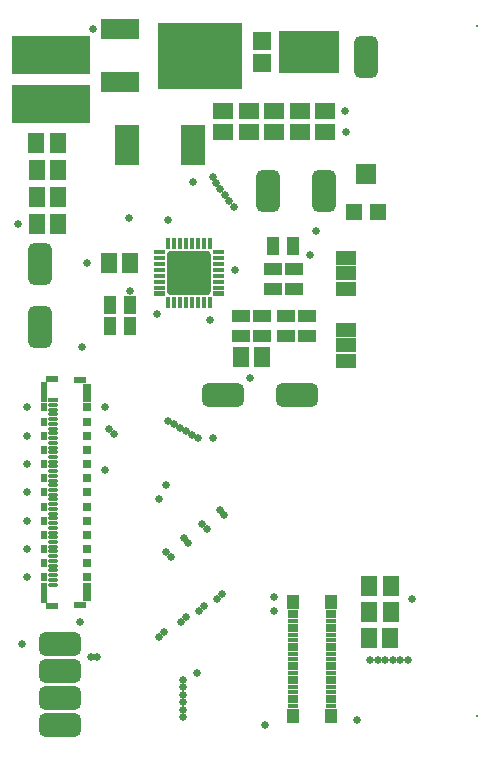
<source format=gts>
G04*
G04 #@! TF.GenerationSoftware,Altium Limited,Altium Designer,18.0.12 (696)*
G04*
G04 Layer_Color=8388736*
%FSLAX25Y25*%
%MOIN*%
G70*
G01*
G75*
%ADD39R,0.03150X0.00984*%
%ADD40R,0.00984X0.03150*%
G04:AMPARAMS|DCode=43|XSize=141.86mil|YSize=78.87mil|CornerRadius=21.72mil|HoleSize=0mil|Usage=FLASHONLY|Rotation=180.000|XOffset=0mil|YOffset=0mil|HoleType=Round|Shape=RoundedRectangle|*
%AMROUNDEDRECTD43*
21,1,0.14186,0.03543,0,0,180.0*
21,1,0.09843,0.07887,0,0,180.0*
1,1,0.04343,-0.04921,0.01772*
1,1,0.04343,0.04921,0.01772*
1,1,0.04343,0.04921,-0.01772*
1,1,0.04343,-0.04921,-0.01772*
%
%ADD43ROUNDEDRECTD43*%
G04:AMPARAMS|DCode=44|XSize=15.87mil|YSize=33.2mil|CornerRadius=5.97mil|HoleSize=0mil|Usage=FLASHONLY|Rotation=270.000|XOffset=0mil|YOffset=0mil|HoleType=Round|Shape=RoundedRectangle|*
%AMROUNDEDRECTD44*
21,1,0.01587,0.02126,0,0,270.0*
21,1,0.00394,0.03320,0,0,270.0*
1,1,0.01194,-0.01063,-0.00197*
1,1,0.01194,-0.01063,0.00197*
1,1,0.01194,0.01063,0.00197*
1,1,0.01194,0.01063,-0.00197*
%
%ADD44ROUNDEDRECTD44*%
%ADD45R,0.04343X0.02375*%
%ADD46R,0.03989X0.01981*%
%ADD47R,0.02808X0.06312*%
%ADD48R,0.02217X0.06548*%
%ADD49R,0.02808X0.02572*%
%ADD50R,0.02217X0.02572*%
%ADD51R,0.03320X0.01587*%
%ADD52R,0.07887X0.13398*%
G04:AMPARAMS|DCode=53|XSize=141.86mil|YSize=78.87mil|CornerRadius=21.72mil|HoleSize=0mil|Usage=FLASHONLY|Rotation=270.000|XOffset=0mil|YOffset=0mil|HoleType=Round|Shape=RoundedRectangle|*
%AMROUNDEDRECTD53*
21,1,0.14186,0.03543,0,0,270.0*
21,1,0.09843,0.07887,0,0,270.0*
1,1,0.04343,-0.01772,-0.04921*
1,1,0.04343,-0.01772,0.04921*
1,1,0.04343,0.01772,0.04921*
1,1,0.04343,0.01772,-0.04921*
%
%ADD53ROUNDEDRECTD53*%
%ADD54R,0.06706X0.04737*%
%ADD55R,0.03446X0.01587*%
%ADD56R,0.03871X0.04737*%
%ADD57R,0.05328X0.06509*%
%ADD58R,0.05918X0.04147*%
%ADD59R,0.04147X0.05918*%
%ADD60R,0.06509X0.05328*%
%ADD61R,0.05524X0.05524*%
%ADD62R,0.07099X0.06706*%
%ADD63R,0.06312X0.06272*%
%ADD64R,0.19934X0.14028*%
%ADD65R,0.12600X0.07100*%
%ADD66R,0.28359X0.22263*%
G04:AMPARAMS|DCode=67|XSize=145.8mil|YSize=145.8mil|CornerRadius=10.89mil|HoleSize=0mil|Usage=FLASHONLY|Rotation=270.000|XOffset=0mil|YOffset=0mil|HoleType=Round|Shape=RoundedRectangle|*
%AMROUNDEDRECTD67*
21,1,0.14580,0.12402,0,0,270.0*
21,1,0.12402,0.14580,0,0,270.0*
1,1,0.02178,-0.06201,-0.06201*
1,1,0.02178,-0.06201,0.06201*
1,1,0.02178,0.06201,0.06201*
1,1,0.02178,0.06201,-0.06201*
%
%ADD67ROUNDEDRECTD67*%
%ADD68R,0.26391X0.12611*%
%ADD69C,0.00800*%
%ADD70C,0.02600*%
G36*
X152496Y250079D02*
Y251456D01*
X156038D01*
Y250079D01*
X152496D01*
D02*
G37*
G36*
Y252046D02*
Y253425D01*
X156038D01*
Y252046D01*
X152496D01*
D02*
G37*
G36*
Y254015D02*
Y255394D01*
X156038D01*
Y254015D01*
X152496D01*
D02*
G37*
G36*
Y255983D02*
Y257362D01*
X156038D01*
Y255983D01*
X152496D01*
D02*
G37*
G36*
X157909Y246043D02*
X156531D01*
Y249586D01*
X157909D01*
Y246043D01*
D02*
G37*
G36*
X159878D02*
X158500D01*
Y249586D01*
X159878D01*
Y246043D01*
D02*
G37*
G36*
X161846D02*
X160468D01*
Y249586D01*
X161846D01*
Y246043D01*
D02*
G37*
G36*
X163815D02*
X162437D01*
Y249586D01*
X163815D01*
Y246043D01*
D02*
G37*
G36*
X152496Y257952D02*
Y259331D01*
X156038D01*
Y257952D01*
X152496D01*
D02*
G37*
G36*
Y259921D02*
Y261298D01*
X156038D01*
Y259921D01*
X152496D01*
D02*
G37*
G36*
Y261890D02*
Y263267D01*
X156038D01*
Y261890D01*
X152496D01*
D02*
G37*
G36*
Y263858D02*
Y265235D01*
X156038D01*
Y263858D01*
X152496D01*
D02*
G37*
G36*
X156531Y269271D02*
X157909D01*
Y265728D01*
X156531D01*
Y269271D01*
D02*
G37*
G36*
X158500D02*
X159878D01*
Y265728D01*
X158500D01*
Y269271D01*
D02*
G37*
G36*
X160468D02*
X161846D01*
Y265728D01*
X160468D01*
Y269271D01*
D02*
G37*
G36*
X162437D02*
X163815D01*
Y265728D01*
X162437D01*
Y269271D01*
D02*
G37*
G36*
X165783Y246043D02*
X164405D01*
Y249586D01*
X165783D01*
Y246043D01*
D02*
G37*
G36*
X167752D02*
X166374D01*
Y249586D01*
X167752D01*
Y246043D01*
D02*
G37*
G36*
X169720D02*
X168342D01*
Y249586D01*
X169720D01*
Y246043D01*
D02*
G37*
G36*
X171689D02*
X170311D01*
Y249586D01*
X171689D01*
Y246043D01*
D02*
G37*
G36*
X175724Y251456D02*
Y250079D01*
X172181D01*
Y251456D01*
X175724D01*
D02*
G37*
G36*
Y253425D02*
Y252046D01*
X172181D01*
Y253425D01*
X175724D01*
D02*
G37*
G36*
Y255394D02*
Y254015D01*
X172181D01*
Y255394D01*
X175724D01*
D02*
G37*
G36*
Y257362D02*
Y255983D01*
X172181D01*
Y257362D01*
X175724D01*
D02*
G37*
G36*
X164405Y269271D02*
X165783D01*
Y265728D01*
X164405D01*
Y269271D01*
D02*
G37*
G36*
X166374D02*
X167752D01*
Y265728D01*
X166374D01*
Y269271D01*
D02*
G37*
G36*
X168342D02*
X169720D01*
Y265728D01*
X168342D01*
Y269271D01*
D02*
G37*
G36*
X170311D02*
X171689D01*
Y265728D01*
X170311D01*
Y269271D01*
D02*
G37*
G36*
X175724Y259331D02*
Y257952D01*
X172181D01*
Y259331D01*
X175724D01*
D02*
G37*
G36*
Y261298D02*
Y259921D01*
X172181D01*
Y261298D01*
X175724D01*
D02*
G37*
G36*
Y263267D02*
Y261890D01*
X172181D01*
Y263267D01*
X175724D01*
D02*
G37*
G36*
Y265235D02*
Y263858D01*
X172181D01*
Y265235D01*
X175724D01*
D02*
G37*
D39*
X173953Y264547D02*
D03*
Y262578D02*
D03*
Y260610D02*
D03*
Y258641D02*
D03*
Y256673D02*
D03*
Y254704D02*
D03*
Y252736D02*
D03*
Y250767D02*
D03*
X154267D02*
D03*
Y252736D02*
D03*
Y254704D02*
D03*
Y256673D02*
D03*
Y258641D02*
D03*
Y260610D02*
D03*
Y262578D02*
D03*
Y264547D02*
D03*
D40*
X171000Y247814D02*
D03*
X169031D02*
D03*
X163126D02*
D03*
X157220Y267500D02*
D03*
X159189D02*
D03*
X161157D02*
D03*
X163126D02*
D03*
X165094D02*
D03*
X167063D02*
D03*
X169031D02*
D03*
X171000D02*
D03*
X161157Y247814D02*
D03*
X159189D02*
D03*
X157220D02*
D03*
X165094D02*
D03*
X167063D02*
D03*
D43*
X121000Y107000D02*
D03*
Y134000D02*
D03*
Y116000D02*
D03*
Y125000D02*
D03*
X175500Y217000D02*
D03*
X200000D02*
D03*
D44*
X118700Y175825D02*
D03*
Y177400D02*
D03*
Y166376D02*
D03*
Y167951D02*
D03*
Y153778D02*
D03*
Y155353D02*
D03*
Y156928D02*
D03*
Y158502D02*
D03*
Y160077D02*
D03*
Y161652D02*
D03*
Y163227D02*
D03*
Y164802D02*
D03*
Y169526D02*
D03*
Y171101D02*
D03*
Y172676D02*
D03*
Y174250D02*
D03*
Y178975D02*
D03*
Y180550D02*
D03*
Y182124D02*
D03*
Y183699D02*
D03*
Y185274D02*
D03*
Y186849D02*
D03*
Y188424D02*
D03*
Y189998D02*
D03*
Y191573D02*
D03*
Y193148D02*
D03*
Y194723D02*
D03*
Y196298D02*
D03*
Y197872D02*
D03*
Y199447D02*
D03*
Y201022D02*
D03*
Y202597D02*
D03*
Y204172D02*
D03*
Y205747D02*
D03*
Y207321D02*
D03*
Y208896D02*
D03*
Y210471D02*
D03*
Y212046D02*
D03*
Y213620D02*
D03*
D45*
X127676Y222026D02*
D03*
Y146947D02*
D03*
D46*
X118405Y222223D02*
D03*
Y146750D02*
D03*
D47*
X130176Y151258D02*
D03*
Y217715D02*
D03*
D48*
X115747Y217971D02*
D03*
Y151002D02*
D03*
D49*
X130176Y208109D02*
D03*
Y212833D02*
D03*
Y193935D02*
D03*
Y198660D02*
D03*
Y203384D02*
D03*
Y175038D02*
D03*
Y179762D02*
D03*
Y189211D02*
D03*
Y184487D02*
D03*
Y165589D02*
D03*
Y170313D02*
D03*
Y160865D02*
D03*
Y156140D02*
D03*
D50*
X115747Y160865D02*
D03*
Y156140D02*
D03*
Y175038D02*
D03*
Y179762D02*
D03*
Y170313D02*
D03*
Y165589D02*
D03*
Y193935D02*
D03*
Y189211D02*
D03*
Y184487D02*
D03*
Y203384D02*
D03*
Y198660D02*
D03*
Y208109D02*
D03*
Y212833D02*
D03*
D51*
X118700Y215195D02*
D03*
D52*
X165424Y300300D02*
D03*
X143376D02*
D03*
D53*
X209000Y285000D02*
D03*
X114500Y239500D02*
D03*
Y260500D02*
D03*
X190500Y285000D02*
D03*
X223000Y329500D02*
D03*
D54*
X216500Y262618D02*
D03*
Y252382D02*
D03*
Y257500D02*
D03*
Y238618D02*
D03*
Y228382D02*
D03*
Y233500D02*
D03*
D55*
X198701Y143173D02*
D03*
Y141598D02*
D03*
Y144748D02*
D03*
Y138449D02*
D03*
Y136874D02*
D03*
Y140024D02*
D03*
Y133724D02*
D03*
Y132150D02*
D03*
Y135299D02*
D03*
Y129000D02*
D03*
Y127425D02*
D03*
Y130575D02*
D03*
Y122701D02*
D03*
Y121126D02*
D03*
Y125850D02*
D03*
Y124276D02*
D03*
Y119551D02*
D03*
Y117976D02*
D03*
Y116402D02*
D03*
Y114827D02*
D03*
Y113252D02*
D03*
X211299Y144748D02*
D03*
Y143173D02*
D03*
Y140024D02*
D03*
Y138449D02*
D03*
Y141598D02*
D03*
Y135299D02*
D03*
Y133724D02*
D03*
Y136874D02*
D03*
Y130575D02*
D03*
Y129000D02*
D03*
Y132150D02*
D03*
Y125850D02*
D03*
Y124276D02*
D03*
Y127425D02*
D03*
Y122701D02*
D03*
Y121126D02*
D03*
Y117976D02*
D03*
Y116402D02*
D03*
Y119551D02*
D03*
Y114827D02*
D03*
Y113252D02*
D03*
D56*
X198701Y147898D02*
D03*
Y110102D02*
D03*
X211299Y147898D02*
D03*
Y110102D02*
D03*
D57*
X224157Y135800D02*
D03*
X231243D02*
D03*
X224257Y144600D02*
D03*
X231343D02*
D03*
X224257Y153300D02*
D03*
X231343D02*
D03*
X188543Y229500D02*
D03*
X181457D02*
D03*
X144543Y261000D02*
D03*
X137457D02*
D03*
X120343Y300800D02*
D03*
X113257D02*
D03*
X120543Y292000D02*
D03*
X113457D02*
D03*
X120543Y283000D02*
D03*
X113457D02*
D03*
X120543Y274000D02*
D03*
X113457D02*
D03*
D58*
X203500Y236653D02*
D03*
Y243347D02*
D03*
X196500Y236653D02*
D03*
Y243347D02*
D03*
X188500Y243347D02*
D03*
Y236653D02*
D03*
X181500Y243347D02*
D03*
Y236653D02*
D03*
X192000Y252153D02*
D03*
Y258846D02*
D03*
X199000Y252153D02*
D03*
Y258846D02*
D03*
D59*
X192154Y266500D02*
D03*
X198846D02*
D03*
X137654Y247000D02*
D03*
X144346D02*
D03*
X144346Y240000D02*
D03*
X137654D02*
D03*
D60*
X209500Y311543D02*
D03*
Y304457D02*
D03*
X201000Y311543D02*
D03*
Y304457D02*
D03*
X192500Y311543D02*
D03*
Y304457D02*
D03*
X184000Y311543D02*
D03*
Y304457D02*
D03*
X175500Y311543D02*
D03*
Y304457D02*
D03*
D61*
X226937Y277913D02*
D03*
X219063D02*
D03*
D62*
X223000Y290709D02*
D03*
D63*
X188500Y335000D02*
D03*
Y327756D02*
D03*
D64*
X204177Y331378D02*
D03*
D65*
X141106Y339000D02*
D03*
Y321400D02*
D03*
D66*
X167800Y330100D02*
D03*
D67*
X164110Y257657D02*
D03*
D68*
X118185Y330212D02*
D03*
Y313874D02*
D03*
D69*
X260000Y340000D02*
D03*
Y110000D02*
D03*
D70*
X156400Y186800D02*
D03*
X166924Y124276D02*
D03*
X154200Y182200D02*
D03*
X136200Y191800D02*
D03*
X238600Y149000D02*
D03*
X157100Y208400D02*
D03*
X159100Y207200D02*
D03*
X165094Y203705D02*
D03*
X192500Y145000D02*
D03*
X157220Y275300D02*
D03*
X128500Y233000D02*
D03*
X127676Y141187D02*
D03*
X135937Y212833D02*
D03*
X109987Y156140D02*
D03*
Y212833D02*
D03*
Y203384D02*
D03*
Y193935D02*
D03*
Y165589D02*
D03*
Y175038D02*
D03*
Y184487D02*
D03*
X108500Y134000D02*
D03*
X133600Y129500D02*
D03*
X131400D02*
D03*
X139056Y203944D02*
D03*
X137500Y205500D02*
D03*
X154244Y136244D02*
D03*
X156500Y164500D02*
D03*
X155800Y137800D02*
D03*
X158056Y162944D02*
D03*
X162389Y169225D02*
D03*
X161444Y141444D02*
D03*
X163900Y167625D02*
D03*
X163000Y143000D02*
D03*
X170011Y172400D02*
D03*
X169000Y146500D02*
D03*
X168456Y173956D02*
D03*
X167444Y144944D02*
D03*
X175900Y177100D02*
D03*
X175000Y150500D02*
D03*
X174344Y178656D02*
D03*
X173444Y148944D02*
D03*
X163126Y204849D02*
D03*
X167063Y202563D02*
D03*
X161157Y205991D02*
D03*
X107000Y274000D02*
D03*
X192500Y149500D02*
D03*
X171000Y242000D02*
D03*
X179000Y279500D02*
D03*
X177500Y281500D02*
D03*
X176000Y283500D02*
D03*
X174500Y285500D02*
D03*
X173175Y287563D02*
D03*
X172000Y289500D02*
D03*
X224500Y128500D02*
D03*
X227000D02*
D03*
X229500D02*
D03*
X232000D02*
D03*
X234500D02*
D03*
X237000D02*
D03*
X165500Y288000D02*
D03*
X204500Y263500D02*
D03*
X172100Y202700D02*
D03*
X162000Y122000D02*
D03*
Y119500D02*
D03*
Y117000D02*
D03*
Y114500D02*
D03*
Y112000D02*
D03*
Y109500D02*
D03*
X220200Y108500D02*
D03*
X189500Y107000D02*
D03*
X184500Y222500D02*
D03*
X206500Y271500D02*
D03*
X132000Y339000D02*
D03*
X168500Y262000D02*
D03*
X159500D02*
D03*
Y253000D02*
D03*
X168500D02*
D03*
X216543Y304457D02*
D03*
X130000Y261000D02*
D03*
X179359Y258641D02*
D03*
X144000Y276000D02*
D03*
X153500Y244000D02*
D03*
X215957Y311543D02*
D03*
X144346Y251654D02*
D03*
M02*

</source>
